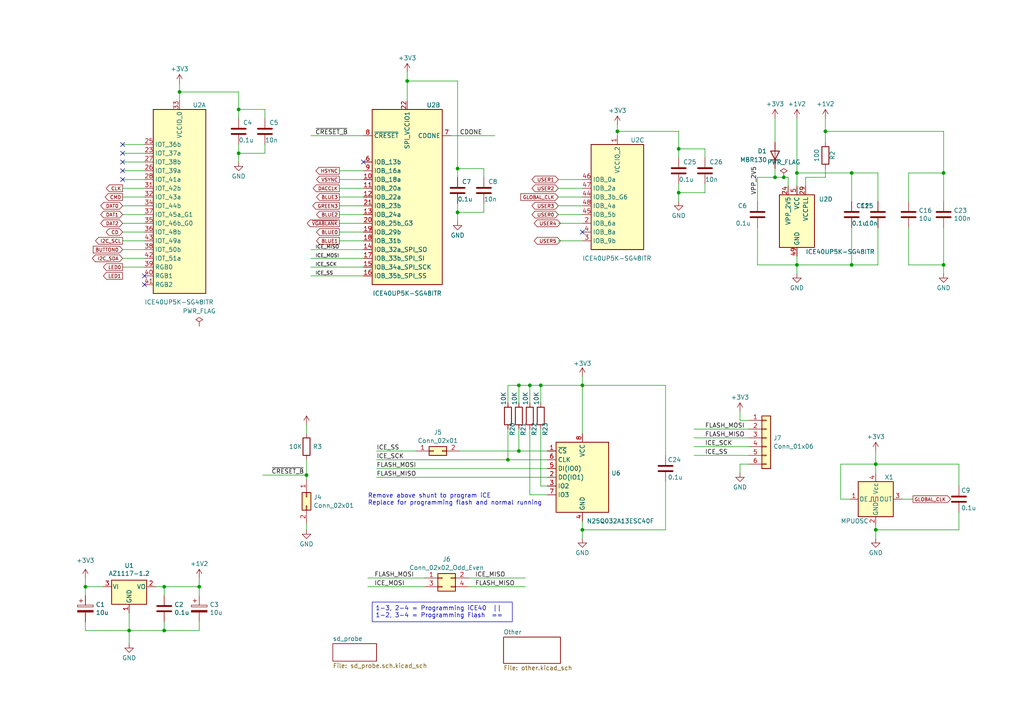
<source format=kicad_sch>
(kicad_sch (version 20250114) (generator "eeschema") (generator_version "9.0")
  (paper "A4")
  (lib_symbols
    (symbol "Connector_Generic:Conn_01x06" (pin_names (offset 1.016) (hide yes))
      (property "Reference" "J" (at 0 7.62 0))
      (property "Value" "Conn_01x06" (at 0 -10.16 0))
      (symbol "Conn_01x06_1_1"
        (rectangle (start -1.27 6.35) (end 1.27 -8.89) (stroke (width 0.254)) (fill (type background)))
        (rectangle (start -1.27 5.207) (end 0 4.953) (stroke (width 0.1524)))
        (rectangle (start -1.27 2.667) (end 0 2.413) (stroke (width 0.1524)))
        (rectangle (start -1.27 0.127) (end 0 -0.127) (stroke (width 0.1524)))
        (rectangle (start -1.27 -2.413) (end 0 -2.667) (stroke (width 0.1524)))
        (rectangle (start -1.27 -4.953) (end 0 -5.207) (stroke (width 0.1524)))
        (rectangle (start -1.27 -7.493) (end 0 -7.747) (stroke (width 0.1524)))
        (pin passive line (at -5.08 5.08 0) (length 3.81) (name "Pin_1") (number "1"))
        (pin passive line (at -5.08 2.54 0) (length 3.81) (name "Pin_2") (number "2"))
        (pin passive line (at -5.08 0 0) (length 3.81) (name "Pin_3") (number "3"))
        (pin passive line (at -5.08 -2.54 0) (length 3.81) (name "Pin_4") (number "4"))
        (pin passive line (at -5.08 -5.08 0) (length 3.81) (name "Pin_5") (number "5"))
        (pin passive line (at -5.08 -7.62 0) (length 3.81) (name "Pin_6") (number "6"))
      )
    )
    (symbol "Connector_Generic:Conn_02x01" (pin_names (offset 1.016) (hide yes))
      (property "Reference" "J" (at 1.27 2.54 0))
      (property "Value" "Conn_02x01" (at 1.27 -2.54 0))
      (symbol "Conn_02x01_1_1"
        (rectangle (start -1.27 1.27) (end 3.81 -1.27) (stroke (width 0.254)) (fill (type background)))
        (rectangle (start -1.27 0.127) (end 0 -0.127) (stroke (width 0.1524)))
        (rectangle (start 3.81 0.127) (end 2.54 -0.127) (stroke (width 0.1524)))
        (pin passive line (at -5.08 0 0) (length 3.81) (name "Pin_1") (number "1"))
        (pin passive line (at 7.62 0 180) (length 3.81) (name "Pin_2") (number "2"))
      )
    )
    (symbol "Connector_Generic:Conn_02x02_Odd_Even" (pin_names (offset 1.016) (hide yes))
      (property "Reference" "J" (at 1.27 2.54 0))
      (property "Value" "Conn_02x02_Odd_Even" (at 1.27 -5.08 0))
      (symbol "Conn_02x02_Odd_Even_1_1"
        (rectangle (start -1.27 1.27) (end 3.81 -3.81) (stroke (width 0.254)) (fill (type background)))
        (rectangle (start -1.27 0.127) (end 0 -0.127) (stroke (width 0.1524)))
        (rectangle (start -1.27 -2.413) (end 0 -2.667) (stroke (width 0.1524)))
        (rectangle (start 3.81 0.127) (end 2.54 -0.127) (stroke (width 0.1524)))
        (rectangle (start 3.81 -2.413) (end 2.54 -2.667) (stroke (width 0.1524)))
        (pin passive line (at -5.08 0 0) (length 3.81) (name "Pin_1") (number "1"))
        (pin passive line (at -5.08 -2.54 0) (length 3.81) (name "Pin_3") (number "3"))
        (pin passive line (at 7.62 0 180) (length 3.81) (name "Pin_2") (number "2"))
        (pin passive line (at 7.62 -2.54 180) (length 3.81) (name "Pin_4") (number "4"))
      )
    )
    (symbol "Device:C" (pin_numbers (hide yes)) (pin_names (offset 0.254))
      (property "Reference" "C" (at 0.635 2.54 0))
      (property "Value" "C" (at 0.635 -2.54 0))
      (symbol "C_0_1"
        (polyline (pts (xy -2.032 0.762) (xy 2.032 0.762)) (stroke (width 0.508)))
        (polyline (pts (xy -2.032 -0.762) (xy 2.032 -0.762)) (stroke (width 0.508)))
      )
      (symbol "C_1_1"
        (pin passive line (at 0 3.81 270) (length 2.794) (name "~") (number "1"))
        (pin passive line (at 0 -3.81 90) (length 2.794) (name "~") (number "2"))
      )
    )
    (symbol "Device:CP" (pin_numbers (hide yes)) (pin_names (offset 0.254))
      (property "Reference" "C" (at 0.635 2.54 0))
      (property "Value" "Device_CP" (at 0.635 -2.54 0))
      (symbol "CP_0_1"
        (rectangle (start -2.286 0.508) (end 2.286 1.016))
        (polyline (pts (xy -1.778 2.286) (xy -0.762 2.286)))
        (polyline (pts (xy -1.27 2.794) (xy -1.27 1.778)))
        (rectangle (start 2.286 -0.508) (end -2.286 -1.016) (fill (type outline)))
      )
      (symbol "CP_1_1"
        (pin passive line (at 0 3.81 270) (length 2.794) (name "~") (number "1"))
        (pin passive line (at 0 -3.81 90) (length 2.794) (name "~") (number "2"))
      )
    )
    (symbol "Device:D" (pin_numbers (hide yes)) (pin_names (offset 1.016) (hide yes))
      (property "Reference" "D" (at 0 2.54 0))
      (property "Value" "D" (at 0 -2.54 0))
      (symbol "D_0_1"
        (polyline (pts (xy -1.27 1.27) (xy -1.27 -1.27)) (stroke (width 0.254)))
        (polyline (pts (xy 1.27 1.27) (xy 1.27 -1.27) (xy -1.27 0) (xy 1.27 1.27)) (stroke (width 0.254)))
        (polyline (pts (xy 1.27 0) (xy -1.27 0)))
      )
      (symbol "D_1_1"
        (pin passive line (at -3.81 0 0) (length 2.54) (name "K") (number "1"))
        (pin passive line (at 3.81 0 180) (length 2.54) (name "A") (number "2"))
      )
    )
    (symbol "Device:R" (pin_numbers (hide yes)) (pin_names (offset 0))
      (property "Reference" "R" (at 2.032 0 90))
      (property "Value" "R" (at 0 0 90))
      (symbol "R_0_1"
        (rectangle (start -1.016 -2.54) (end 1.016 2.54) (stroke (width 0.254)))
      )
      (symbol "R_1_1"
        (pin passive line (at 0 3.81 270) (length 1.27) (name "~") (number "1"))
        (pin passive line (at 0 -3.81 90) (length 1.27) (name "~") (number "2"))
      )
    )
    (symbol "FPGA_Lattice:ICE40UP5K-SG48ITR"
      (property "Reference" "U" (at -8.89 -29.21 0))
      (property "Value" "ICE40UP5K-SG48ITR" (at 0 -31.75 0))
      (symbol "ICE40UP5K-SG48ITR_1_1"
        (rectangle (start -7.62 25.4) (end 7.62 -27.94) (stroke (width 0.254)) (fill (type background)))
        (pin bidirectional line (at -10.16 15.24 0) (length 2.54) (name "IOT_36b") (number "25"))
        (pin bidirectional line (at -10.16 12.7 0) (length 2.54) (name "IOT_37a") (number "23"))
        (pin bidirectional line (at -10.16 10.16 0) (length 2.54) (name "IOT_38b") (number "27"))
        (pin bidirectional line (at -10.16 7.62 0) (length 2.54) (name "IOT_39a") (number "26"))
        (pin bidirectional line (at -10.16 5.08 0) (length 2.54) (name "IOT_41a") (number "28"))
        (pin bidirectional line (at -10.16 2.54 0) (length 2.54) (name "IOT_42b") (number "31"))
        (pin bidirectional line (at -10.16 0 0) (length 2.54) (name "IOT_43a") (number "32"))
        (pin bidirectional line (at -10.16 -2.54 0) (length 2.54) (name "IOT_44b") (number "34"))
        (pin bidirectional line (at -10.16 -5.08 0) (length 2.54) (name "IOT_45a_G1") (number "37"))
        (pin bidirectional line (at -10.16 -7.62 0) (length 2.54) (name "IOT_46b_G0") (number "35"))
        (pin bidirectional line (at -10.16 -10.16 0) (length 2.54) (name "IOT_48b") (number "36"))
        (pin bidirectional line (at -10.16 -12.7 0) (length 2.54) (name "IOT_49a") (number "43"))
        (pin bidirectional line (at -10.16 -15.24 0) (length 2.54) (name "IOT_50b") (number "38"))
        (pin bidirectional line (at -10.16 -17.78 0) (length 2.54) (name "IOT_51a") (number "42"))
        (pin open_collector line (at -10.16 -20.32 0) (length 2.54) (name "RGB0") (number "39"))
        (pin open_collector line (at -10.16 -22.86 0) (length 2.54) (name "RGB1") (number "40"))
        (pin open_collector line (at -10.16 -25.4 0) (length 2.54) (name "RGB2") (number "41"))
        (pin power_in line (at 0 27.94 270) (length 2.54) (name "VCCIO_0") (number "33"))
      )
      (symbol "ICE40UP5K-SG48ITR_2_1"
        (rectangle (start -10.16 25.4) (end 10.16 -25.4) (stroke (width 0.254)) (fill (type background)))
        (pin input line (at -12.7 17.78 0) (length 2.54) (name "~{CRESET}") (number "8"))
        (pin bidirectional line (at -12.7 10.16 0) (length 2.54) (name "IOB_13b") (number "6"))
        (pin bidirectional line (at -12.7 7.62 0) (length 2.54) (name "IOB_16a") (number "9"))
        (pin bidirectional line (at -12.7 5.08 0) (length 2.54) (name "IOB_18a") (number "10"))
        (pin bidirectional line (at -12.7 2.54 0) (length 2.54) (name "IOB_20a") (number "11"))
        (pin bidirectional line (at -12.7 0 0) (length 2.54) (name "IOB_22a") (number "12"))
        (pin bidirectional line (at -12.7 -2.54 0) (length 2.54) (name "IOB_23b") (number "21"))
        (pin bidirectional line (at -12.7 -5.08 0) (length 2.54) (name "IOB_24a") (number "13"))
        (pin bidirectional line (at -12.7 -7.62 0) (length 2.54) (name "IOB_25b_G3") (number "20"))
        (pin bidirectional line (at -12.7 -10.16 0) (length 2.54) (name "IOB_29b") (number "19"))
        (pin bidirectional line (at -12.7 -12.7 0) (length 2.54) (name "IOB_31b") (number "18"))
        (pin bidirectional line (at -12.7 -15.24 0) (length 2.54) (name "IOB_32a_SPI_SO") (number "14"))
        (pin bidirectional line (at -12.7 -17.78 0) (length 2.54) (name "IOB_33b_SPI_SI") (number "17"))
        (pin bidirectional line (at -12.7 -20.32 0) (length 2.54) (name "IOB_34a_SPI_SCK") (number "15"))
        (pin bidirectional line (at -12.7 -22.86 0) (length 2.54) (name "IOB_35b_SPI_SS") (number "16"))
        (pin power_in line (at 0 27.94 270) (length 2.54) (name "SPI_VCCIO1") (number "22"))
        (pin open_collector line (at 12.7 17.78 180) (length 2.54) (name "CDONE") (number "7"))
      )
      (symbol "ICE40UP5K-SG48ITR_3_1"
        (rectangle (start -7.62 15.24) (end 7.62 -15.24) (stroke (width 0.254)) (fill (type background)))
        (pin bidirectional line (at -10.16 5.08 0) (length 2.54) (name "IOB_0a") (number "46"))
        (pin bidirectional line (at -10.16 2.54 0) (length 2.54) (name "IOB_2a") (number "47"))
        (pin bidirectional line (at -10.16 0 0) (length 2.54) (name "IOB_3b_G6") (number "44"))
        (pin bidirectional line (at -10.16 -2.54 0) (length 2.54) (name "IOB_4a") (number "48"))
        (pin bidirectional line (at -10.16 -5.08 0) (length 2.54) (name "IOB_5b") (number "45"))
        (pin bidirectional line (at -10.16 -7.62 0) (length 2.54) (name "IOB_6a") (number "2"))
        (pin bidirectional line (at -10.16 -10.16 0) (length 2.54) (name "IOB_8a") (number "4"))
        (pin bidirectional line (at -10.16 -12.7 0) (length 2.54) (name "IOB_9b") (number "3"))
        (pin power_in line (at 0 17.78 270) (length 2.54) (name "VCCIO_2") (number "1"))
      )
      (symbol "ICE40UP5K-SG48ITR_4_1"
        (rectangle (start -5.08 7.62) (end 5.08 -7.62) (stroke (width 0.254)) (fill (type background)))
        (pin power_in line (at -2.54 10.16 270) (length 2.54) (name "VPP_2V5") (number "24"))
        (pin passive line (at 0 10.16 270) (length 2.54) (hide yes) (name "VCC") (number "30"))
        (pin power_in line (at 0 10.16 270) (length 2.54) (name "VCC") (number "5"))
        (pin power_in line (at 0 -10.16 90) (length 2.54) (name "GND") (number "49"))
        (pin power_out line (at 2.54 10.16 270) (length 2.54) (name "VCCPLL") (number "29"))
      )
    )
    (symbol "Memory_Flash:W25Q32JVSS"
      (property "Reference" "U" (at -6.35 11.43 0))
      (property "Value" "W25Q32JVSS" (at 7.62 11.43 0))
      (symbol "W25Q32JVSS_0_1"
        (rectangle (start -7.62 10.16) (end 7.62 -10.16) (stroke (width 0.254)) (fill (type background)))
      )
      (symbol "W25Q32JVSS_1_1"
        (pin input line (at -10.16 7.62 0) (length 2.54) (name "~{CS}") (number "1"))
        (pin input line (at -10.16 5.08 0) (length 2.54) (name "CLK") (number "6"))
        (pin bidirectional line (at -10.16 2.54 0) (length 2.54) (name "DI(IO0)") (number "5"))
        (pin bidirectional line (at -10.16 0 0) (length 2.54) (name "DO(IO1)") (number "2"))
        (pin bidirectional line (at -10.16 -2.54 0) (length 2.54) (name "IO2") (number "3"))
        (pin bidirectional line (at -10.16 -5.08 0) (length 2.54) (name "IO3") (number "7"))
        (pin power_in line (at 0 12.7 270) (length 2.54) (name "VCC") (number "8"))
        (pin power_in line (at 0 -12.7 90) (length 2.54) (name "GND") (number "4"))
      )
    )
    (symbol "Oscillator:SG-210SED" (pin_names (offset 0.254))
      (property "Reference" "X" (at -5.08 6.35 0))
      (property "Value" "SG-210SED" (at 1.27 -6.35 0))
      (symbol "SG-210SED_0_1"
        (rectangle (start -5.08 5.08) (end 5.08 -5.08) (stroke (width 0.254)) (fill (type background)))
        (polyline (pts (xy -1.905 -0.635) (xy -1.27 -0.635) (xy -1.27 0.635) (xy -0.635 0.635) (xy -0.635 -0.635) (xy 0 -0.635) (xy 0 0.635) (xy 0.635 0.635) (xy 0.635 -0.635)))
      )
      (symbol "SG-210SED_1_1"
        (pin input line (at -7.62 0 0) (length 2.54) (name "OE") (number "1"))
        (pin power_in line (at 0 7.62 270) (length 2.54) (name "Vcc") (number "4"))
        (pin power_in line (at 0 -7.62 90) (length 2.54) (name "GND") (number "2"))
        (pin output line (at 7.62 0 180) (length 2.54) (name "OUT") (number "3"))
      )
    )
    (symbol "Regulator_Linear:AZ1117-1.2" (pin_names (offset 0.254))
      (property "Reference" "U" (at -3.81 3.175 0))
      (property "Value" "AZ1117-1.2" (at 0 3.175 0))
      (symbol "AZ1117-1.2_0_1"
        (rectangle (start -5.08 1.905) (end 5.08 -5.08) (stroke (width 0.254)) (fill (type background)))
      )
      (symbol "AZ1117-1.2_1_1"
        (pin power_in line (at -7.62 0 0) (length 2.54) (name "VI") (number "3"))
        (pin power_in line (at 0 -7.62 90) (length 2.54) (name "GND") (number "1"))
        (pin power_out line (at 7.62 0 180) (length 2.54) (name "VO") (number "2"))
      )
    )
    (symbol "power:+1V2" (power) (pin_names (offset 0))
      (property "Value" "+1V2" (at 0 3.556 0))
      (symbol "+1V2_0_1"
        (polyline (pts (xy -0.762 1.27) (xy 0 2.54)))
        (polyline (pts (xy 0 2.54) (xy 0.762 1.27)))
        (polyline (pts (xy 0 0) (xy 0 2.54)))
      )
      (symbol "+1V2_1_1"
        (pin power_in line (at 0 0 90) (length 0) (hide yes) (name "+1V2") (number "1"))
      )
    )
    (symbol "power:+3V3" (power) (pin_names (offset 0))
      (property "Value" "+3V3" (at 0 3.556 0))
      (symbol "+3V3_0_1"
        (polyline (pts (xy -0.762 1.27) (xy 0 2.54)))
        (polyline (pts (xy 0 2.54) (xy 0.762 1.27)))
        (polyline (pts (xy 0 0) (xy 0 2.54)))
      )
      (symbol "+3V3_1_1"
        (pin power_in line (at 0 0 90) (length 0) (hide yes) (name "+3V3") (number "1"))
      )
    )
    (symbol "power:GND" (power) (pin_names (offset 0))
      (property "Value" "GND" (at 0 -3.81 0))
      (symbol "GND_0_1"
        (polyline (pts (xy 0 0) (xy 0 -1.27) (xy 1.27 -1.27) (xy 0 -2.54) (xy -1.27 -1.27) (xy 0 -1.27)))
      )
      (symbol "GND_1_1"
        (pin power_in line (at 0 0 270) (length 0) (hide yes) (name "GND") (number "1"))
      )
    )
    (symbol "power:PWR_FLAG" (power) (pin_numbers (hide yes)) (pin_names (offset 0) (hide yes))
      (property "Value" "PWR_FLAG" (at 0 3.81 0))
      (symbol "PWR_FLAG_0_0"
        (pin power_out line (at 0 0 90) (length 0) (name "pwr") (number "1"))
      )
      (symbol "PWR_FLAG_0_1"
        (polyline (pts (xy 0 0) (xy 0 1.27) (xy -1.016 1.905) (xy 0 2.54) (xy 1.016 1.905) (xy 0 1.27)))
      )
    )
  )
  (text "Remove above shunt to program iCE\nReplace for programming flash and normal running" (at 106.68 146.685 0) (effects (font (size 1.27 1.27)) (justify left bottom)))
  (text_box "1-3, 2-4 = Programming iCE40  ||\n1-2, 3-4 = Programming Flash  ==" (at 107.95 174.625 0) (size 40.64 5.715) (margins 0.9525 0.9525 0.9525 0.9525) (effects (font (size 1.27 1.27)) (justify left top)))
  (junction (at 273.685 76.835))
  (junction (at 147.32 133.35))
  (junction (at 227.33 51.435))
  (junction (at 47.625 182.88))
  (junction (at 24.765 170.18))
  (junction (at 168.91 111.76))
  (junction (at 57.785 170.18))
  (junction (at 224.79 51.435))
  (junction (at 247.015 50.165))
  (junction (at 239.395 38.1))
  (junction (at 47.625 170.18))
  (junction (at 150.495 111.76))
  (junction (at 132.715 61.595))
  (junction (at 118.11 23.495))
  (junction (at 231.14 50.165))
  (junction (at 150.495 130.81))
  (junction (at 179.07 38.1))
  (junction (at 196.85 43.18))
  (junction (at 52.07 26.67))
  (junction (at 273.685 50.165))
  (junction (at 254 134.62))
  (junction (at 88.9 137.795))
  (junction (at 196.85 55.88))
  (junction (at 156.845 111.76))
  (junction (at 69.215 31.75))
  (junction (at 69.215 44.45))
  (junction (at 231.14 76.835))
  (junction (at 132.715 48.895))
  (junction (at 168.91 153.67))
  (junction (at 37.465 182.88))
  (junction (at 247.015 76.835))
  (junction (at 153.67 111.76))
  (junction (at 254 153.67))
  (no_connect (at 168.91 67.31))
  (no_connect (at 41.91 82.55))
  (no_connect (at 35.56 52.07))
  (no_connect (at 35.56 41.91))
  (no_connect (at 41.91 80.01))
  (no_connect (at 35.56 44.45))
  (no_connect (at 35.56 49.53))
  (no_connect (at 35.56 46.99))
  (no_connect (at 105.41 46.99))
  (wire (pts (xy 35.56 77.47) (xy 41.91 77.47)))
  (wire (pts (xy 90.17 39.37) (xy 105.41 39.37)))
  (wire (pts (xy 57.785 180.34) (xy 57.785 182.88)))
  (wire (pts (xy 35.56 64.77) (xy 41.91 64.77)))
  (wire (pts (xy 179.07 36.195) (xy 179.07 38.1)))
  (wire (pts (xy 37.465 177.8) (xy 37.465 182.88)))
  (wire (pts (xy 161.925 57.15) (xy 168.91 57.15)))
  (wire (pts (xy 41.91 72.39) (xy 35.56 72.39)))
  (wire (pts (xy 201.295 132.08) (xy 217.17 132.08)))
  (wire (pts (xy 147.32 133.35) (xy 158.75 133.35)))
  (wire (pts (xy 29.845 170.18) (xy 24.765 170.18)))
  (wire (pts (xy 88.9 133.35) (xy 88.9 137.795)))
  (wire (pts (xy 196.85 43.18) (xy 204.47 43.18)))
  (wire (pts (xy 233.68 51.435) (xy 239.395 51.435)))
  (wire (pts (xy 98.425 62.23) (xy 105.41 62.23)))
  (wire (pts (xy 52.07 24.13) (xy 52.07 26.67)))
  (wire (pts (xy 130.81 39.37) (xy 143.51 39.37)))
  (wire (pts (xy 239.395 38.1) (xy 239.395 41.275)))
  (wire (pts (xy 76.2 137.795) (xy 88.9 137.795)))
  (wire (pts (xy 214.63 134.62) (xy 217.17 134.62)))
  (wire (pts (xy 231.14 76.835) (xy 247.015 76.835)))
  (wire (pts (xy 228.6 51.435) (xy 227.33 51.435)))
  (wire (pts (xy 98.425 52.07) (xy 105.41 52.07)))
  (wire (pts (xy 156.845 124.46) (xy 156.845 140.97)))
  (wire (pts (xy 69.215 44.45) (xy 69.215 41.91)))
  (wire (pts (xy 254 134.62) (xy 254 137.16)))
  (wire (pts (xy 98.425 57.15) (xy 105.41 57.15)))
  (wire (pts (xy 239.395 38.1) (xy 273.685 38.1)))
  (wire (pts (xy 98.425 59.69) (xy 105.41 59.69)))
  (wire (pts (xy 106.68 167.64) (xy 123.19 167.64)))
  (wire (pts (xy 161.925 64.77) (xy 168.91 64.77)))
  (wire (pts (xy 263.525 66.04) (xy 263.525 76.835)))
  (wire (pts (xy 35.56 49.53) (xy 41.91 49.53)))
  (wire (pts (xy 214.63 137.16) (xy 214.63 134.62)))
  (wire (pts (xy 196.85 55.88) (xy 204.47 55.88)))
  (wire (pts (xy 45.085 170.18) (xy 47.625 170.18)))
  (wire (pts (xy 37.465 182.88) (xy 24.765 182.88)))
  (wire (pts (xy 147.32 111.76) (xy 150.495 111.76)))
  (wire (pts (xy 132.715 48.895) (xy 132.715 51.435)))
  (wire (pts (xy 161.925 62.23) (xy 168.91 62.23)))
  (wire (pts (xy 76.835 41.91) (xy 76.835 44.45)))
  (wire (pts (xy 35.56 52.07) (xy 41.91 52.07)))
  (wire (pts (xy 156.845 140.97) (xy 158.75 140.97)))
  (wire (pts (xy 88.9 123.19) (xy 88.9 125.73)))
  (wire (pts (xy 98.425 69.85) (xy 105.41 69.85)))
  (wire (pts (xy 278.13 140.97) (xy 278.13 134.62)))
  (wire (pts (xy 37.465 182.88) (xy 37.465 186.69)))
  (wire (pts (xy 224.79 34.29) (xy 224.79 41.275)))
  (wire (pts (xy 214.63 121.92) (xy 217.17 121.92)))
  (wire (pts (xy 196.85 55.88) (xy 196.85 58.42)))
  (wire (pts (xy 47.625 182.88) (xy 57.785 182.88)))
  (wire (pts (xy 132.715 61.595) (xy 132.715 59.055)))
  (wire (pts (xy 231.14 50.165) (xy 231.14 53.975)))
  (wire (pts (xy 35.56 41.91) (xy 41.91 41.91)))
  (wire (pts (xy 239.395 48.895) (xy 239.395 51.435)))
  (wire (pts (xy 233.68 53.975) (xy 233.68 51.435)))
  (wire (pts (xy 35.56 59.69) (xy 41.91 59.69)))
  (wire (pts (xy 273.685 50.165) (xy 273.685 58.42)))
  (wire (pts (xy 35.56 44.45) (xy 41.91 44.45)))
  (wire (pts (xy 98.425 67.31) (xy 105.41 67.31)))
  (wire (pts (xy 135.89 167.64) (xy 152.4 167.64)))
  (wire (pts (xy 90.17 74.93) (xy 105.41 74.93)))
  (wire (pts (xy 88.9 151.765) (xy 88.9 153.67)))
  (wire (pts (xy 278.13 153.67) (xy 254 153.67)))
  (wire (pts (xy 263.525 76.835) (xy 273.685 76.835)))
  (wire (pts (xy 227.33 51.435) (xy 224.79 51.435)))
  (wire (pts (xy 214.63 119.38) (xy 214.63 121.92)))
  (wire (pts (xy 196.85 38.1) (xy 196.85 43.18)))
  (wire (pts (xy 168.91 153.67) (xy 193.04 153.67)))
  (wire (pts (xy 254 130.81) (xy 254 134.62)))
  (wire (pts (xy 243.84 134.62) (xy 254 134.62)))
  (wire (pts (xy 118.11 23.495) (xy 118.11 29.21)))
  (wire (pts (xy 168.91 151.13) (xy 168.91 153.67)))
  (wire (pts (xy 168.91 153.67) (xy 168.91 156.21)))
  (wire (pts (xy 231.14 50.165) (xy 247.015 50.165)))
  (wire (pts (xy 254 152.4) (xy 254 153.67)))
  (wire (pts (xy 98.425 64.77) (xy 105.41 64.77)))
  (wire (pts (xy 247.015 76.835) (xy 247.015 66.04)))
  (wire (pts (xy 219.71 51.435) (xy 219.71 58.42)))
  (wire (pts (xy 90.17 77.47) (xy 105.41 77.47)))
  (wire (pts (xy 35.56 46.99) (xy 41.91 46.99)))
  (wire (pts (xy 247.015 76.835) (xy 254.635 76.835)))
  (wire (pts (xy 273.685 66.04) (xy 273.685 76.835)))
  (wire (pts (xy 228.6 53.975) (xy 228.6 51.435)))
  (wire (pts (xy 37.465 182.88) (xy 47.625 182.88)))
  (wire (pts (xy 156.845 111.76) (xy 156.845 116.84)))
  (wire (pts (xy 150.495 111.76) (xy 150.495 116.84)))
  (wire (pts (xy 52.07 26.67) (xy 52.07 29.21)))
  (wire (pts (xy 161.925 59.69) (xy 168.91 59.69)))
  (wire (pts (xy 153.67 111.76) (xy 156.845 111.76)))
  (wire (pts (xy 47.625 172.72) (xy 47.625 170.18)))
  (wire (pts (xy 109.22 138.43) (xy 158.75 138.43)))
  (wire (pts (xy 150.495 111.76) (xy 153.67 111.76)))
  (wire (pts (xy 140.335 59.055) (xy 140.335 61.595)))
  (wire (pts (xy 147.32 111.76) (xy 147.32 116.84)))
  (wire (pts (xy 179.07 38.1) (xy 196.85 38.1)))
  (wire (pts (xy 254.635 66.04) (xy 254.635 76.835)))
  (wire (pts (xy 133.35 130.81) (xy 150.495 130.81)))
  (wire (pts (xy 168.91 125.73) (xy 168.91 111.76)))
  (wire (pts (xy 35.56 74.93) (xy 41.91 74.93)))
  (wire (pts (xy 132.715 61.595) (xy 140.335 61.595)))
  (wire (pts (xy 161.925 69.85) (xy 168.91 69.85)))
  (wire (pts (xy 132.715 61.595) (xy 132.715 64.135)))
  (wire (pts (xy 247.015 50.165) (xy 254.635 50.165)))
  (wire (pts (xy 35.56 69.85) (xy 41.91 69.85)))
  (wire (pts (xy 69.215 26.67) (xy 69.215 31.75)))
  (wire (pts (xy 24.765 170.18) (xy 24.765 167.64)))
  (wire (pts (xy 201.295 127) (xy 217.17 127)))
  (wire (pts (xy 47.625 170.18) (xy 57.785 170.18)))
  (wire (pts (xy 278.13 134.62) (xy 254 134.62)))
  (wire (pts (xy 69.215 31.75) (xy 76.835 31.75)))
  (wire (pts (xy 153.67 124.46) (xy 153.67 143.51)))
  (wire (pts (xy 90.17 80.01) (xy 105.41 80.01)))
  (wire (pts (xy 150.495 130.81) (xy 158.75 130.81)))
  (wire (pts (xy 57.785 172.72) (xy 57.785 170.18)))
  (wire (pts (xy 273.685 76.835) (xy 273.685 79.375)))
  (wire (pts (xy 204.47 53.34) (xy 204.47 55.88)))
  (wire (pts (xy 278.13 148.59) (xy 278.13 153.67)))
  (wire (pts (xy 193.04 111.76) (xy 193.04 132.08)))
  (wire (pts (xy 224.79 51.435) (xy 219.71 51.435)))
  (wire (pts (xy 24.765 170.18) (xy 24.765 172.72)))
  (wire (pts (xy 140.335 51.435) (xy 140.335 48.895)))
  (wire (pts (xy 98.425 54.61) (xy 105.41 54.61)))
  (wire (pts (xy 150.495 124.46) (xy 150.495 130.81)))
  (wire (pts (xy 106.68 170.18) (xy 123.19 170.18)))
  (wire (pts (xy 35.56 54.61) (xy 41.91 54.61)))
  (wire (pts (xy 243.84 144.78) (xy 243.84 134.62)))
  (wire (pts (xy 161.925 52.07) (xy 168.91 52.07)))
  (wire (pts (xy 231.14 76.835) (xy 231.14 79.375)))
  (wire (pts (xy 41.91 62.23) (xy 35.56 62.23)))
  (wire (pts (xy 201.295 129.54) (xy 217.17 129.54)))
  (wire (pts (xy 168.91 109.22) (xy 168.91 111.76)))
  (wire (pts (xy 109.22 133.35) (xy 147.32 133.35)))
  (wire (pts (xy 231.14 34.29) (xy 231.14 50.165)))
  (wire (pts (xy 196.85 55.88) (xy 196.85 53.34)))
  (wire (pts (xy 132.715 48.895) (xy 140.335 48.895)))
  (wire (pts (xy 158.75 143.51) (xy 153.67 143.51)))
  (wire (pts (xy 35.56 57.15) (xy 41.91 57.15)))
  (wire (pts (xy 132.715 23.495) (xy 132.715 48.895)))
  (wire (pts (xy 69.215 31.75) (xy 69.215 34.29)))
  (wire (pts (xy 47.625 180.34) (xy 47.625 182.88)))
  (wire (pts (xy 88.9 137.795) (xy 88.9 139.065)))
  (wire (pts (xy 193.04 111.76) (xy 168.91 111.76)))
  (wire (pts (xy 69.215 44.45) (xy 69.215 46.99)))
  (wire (pts (xy 24.765 182.88) (xy 24.765 180.34)))
  (wire (pts (xy 109.22 135.89) (xy 158.75 135.89)))
  (wire (pts (xy 118.11 20.955) (xy 118.11 23.495)))
  (wire (pts (xy 263.525 58.42) (xy 263.525 50.165)))
  (wire (pts (xy 76.835 34.29) (xy 76.835 31.75)))
  (wire (pts (xy 273.685 38.1) (xy 273.685 50.165)))
  (wire (pts (xy 201.295 124.46) (xy 217.17 124.46)))
  (wire (pts (xy 69.215 44.45) (xy 76.835 44.45)))
  (wire (pts (xy 161.925 54.61) (xy 168.91 54.61)))
  (wire (pts (xy 204.47 45.72) (xy 204.47 43.18)))
  (wire (pts (xy 90.17 72.39) (xy 105.41 72.39)))
  (wire (pts (xy 41.91 67.31) (xy 35.56 67.31)))
  (wire (pts (xy 246.38 144.78) (xy 243.84 144.78)))
  (wire (pts (xy 219.71 66.04) (xy 219.71 76.835)))
  (wire (pts (xy 168.91 111.76) (xy 156.845 111.76)))
  (wire (pts (xy 135.89 170.18) (xy 152.4 170.18)))
  (wire (pts (xy 147.32 124.46) (xy 147.32 133.35)))
  (wire (pts (xy 254 153.67) (xy 254 156.21)))
  (wire (pts (xy 231.14 74.295) (xy 231.14 76.835)))
  (wire (pts (xy 98.425 49.53) (xy 105.41 49.53)))
  (wire (pts (xy 254.635 50.165) (xy 254.635 58.42)))
  (wire (pts (xy 153.67 111.76) (xy 153.67 116.84)))
  (wire (pts (xy 193.04 139.7) (xy 193.04 153.67)))
  (wire (pts (xy 239.395 34.29) (xy 239.395 38.1)))
  (wire (pts (xy 261.62 144.78) (xy 264.795 144.78)))
  (wire (pts (xy 52.07 26.67) (xy 69.215 26.67)))
  (wire (pts (xy 219.71 76.835) (xy 231.14 76.835)))
  (wire (pts (xy 57.785 170.18) (xy 57.785 167.64)))
  (wire (pts (xy 263.525 50.165) (xy 273.685 50.165)))
  (wire (pts (xy 179.07 38.1) (xy 179.07 39.37)))
  (wire (pts (xy 118.11 23.495) (xy 132.715 23.495)))
  (wire (pts (xy 247.015 50.165) (xy 247.015 58.42)))
  (wire (pts (xy 109.22 130.81) (xy 120.65 130.81)))
  (wire (pts (xy 196.85 43.18) (xy 196.85 45.72)))
  (wire (pts (xy 224.79 48.895) (xy 224.79 51.435)))
  (label "CDONE" (at 133.35 39.37 0))
  (label "ICE_SCK" (at 91.44 77.47 0) (effects (font (size 1 1))))
  (label "ICE_SS" (at 109.22 130.81 0))
  (label "FLASH_MOSI" (at 204.47 124.46 0))
  (label "FLASH_MOSI" (at 108.585 167.64 0))
  (label "FLASH_MISO" (at 137.795 170.18 0))
  (label "ICE_MOSI" (at 108.585 170.18 0))
  (label "~{CRESET_B}" (at 78.74 137.795 0))
  (label "~{CRESET_B}" (at 91.44 39.37 0))
  (label "ICE_MISO" (at 91.44 72.39 0) (effects (font (size 1 1))))
  (label "ICE_SCK" (at 109.22 133.35 0))
  (label "ICE_SS" (at 91.44 80.01 0) (effects (font (size 1 1))))
  (label "ICE_SS" (at 204.47 132.08 0))
  (label "FLASH_MISO" (at 109.22 138.43 0))
  (label "ICE_MOSI" (at 91.44 74.93 0) (effects (font (size 1 1))))
  (label "FLASH_MOSI" (at 109.22 135.89 0))
  (label "ICE_MISO" (at 137.795 167.64 0))
  (label "VPP_2V5" (at 219.71 56.515 90))
  (label "ICE_SCK" (at 204.47 129.54 0))
  (label "FLASH_MISO" (at 204.47 127 0))
  (global_label "BLUE3" (shape output) (at 98.425 57.15 180) (effects (font (size 1 1))) (property "Intersheetrefs" "${INTERSHEET_REFS}" (effects (hide yes))))
  (global_label "HSYNC" (shape output) (at 98.425 49.53 180) (effects (font (size 1 1))) (property "Intersheetrefs" "${INTERSHEET_REFS}" (effects (hide yes))))
  (global_label "CD" (shape bidirectional) (at 35.56 67.31 180) (effects (font (size 1 1))) (property "Intersheetrefs" "${INTERSHEET_REFS}" (effects (hide yes))))
  (global_label "LED0" (shape output) (at 35.56 77.47 180) (effects (font (size 1 1))) (property "Intersheetrefs" "${INTERSHEET_REFS}" (effects (hide yes))))
  (global_label "USER4" (shape bidirectional) (at 162.56 64.77 180) (effects (font (size 1 1))) (property "Intersheetrefs" "${INTERSHEET_REFS}" (effects (hide yes))))
  (global_label "USER5" (shape bidirectional) (at 162.56 69.85 180) (effects (font (size 1 1))) (property "Intersheetrefs" "${INTERSHEET_REFS}" (effects (hide yes))))
  (global_label "I2C_SDA" (shape bidirectional) (at 35.56 74.93 180) (effects (font (size 1 1))) (property "Intersheetrefs" "${INTERSHEET_REFS}" (effects (hide yes))))
  (global_label "BLUE1" (shape output) (at 98.425 69.85 180) (effects (font (size 1 1))) (property "Intersheetrefs" "${INTERSHEET_REFS}" (effects (hide yes))))
  (global_label "BLUE2" (shape output) (at 98.425 62.23 180) (effects (font (size 1 1))) (property "Intersheetrefs" "${INTERSHEET_REFS}" (effects (hide yes))))
  (global_label "BLUE0" (shape output) (at 98.425 67.31 180) (effects (font (size 1 1))) (property "Intersheetrefs" "${INTERSHEET_REFS}" (effects (hide yes))))
  (global_label "~{VGABLANK}" (shape output) (at 98.425 64.77 180) (effects (font (size 1 1))) (property "Intersheetrefs" "${INTERSHEET_REFS}" (effects (hide yes))))
  (global_label "USER2" (shape bidirectional) (at 161.925 54.61 180) (effects (font (size 1 1))) (property "Intersheetrefs" "${INTERSHEET_REFS}" (effects (hide yes))))
  (global_label "DAT1" (shape bidirectional) (at 35.56 62.23 180) (effects (font (size 1 1))) (property "Intersheetrefs" "${INTERSHEET_REFS}" (effects (hide yes))))
  (global_label "VSYNC" (shape output) (at 98.425 52.07 180) (effects (font (size 1 1))) (property "Intersheetrefs" "${INTERSHEET_REFS}" (effects (hide yes))))
  (global_label "DAT2" (shape bidirectional) (at 35.56 64.77 180) (effects (font (size 1 1))) (property "Intersheetrefs" "${INTERSHEET_REFS}" (effects (hide yes))))
  (global_label "USER0" (shape bidirectional) (at 161.925 62.23 180) (effects (font (size 1 1))) (property "Intersheetrefs" "${INTERSHEET_REFS}" (effects (hide yes))))
  (global_label "GLOBAL_CLK" (shape output) (at 264.795 144.78 0) (effects (font (size 0.9906 0.9906))) (property "Intersheetrefs" "${INTERSHEET_REFS}" (effects (hide yes))))
  (global_label "USER3" (shape bidirectional) (at 161.925 59.69 180) (effects (font (size 1 1))) (property "Intersheetrefs" "${INTERSHEET_REFS}" (effects (hide yes))))
  (global_label "USER1" (shape bidirectional) (at 161.925 52.07 180) (effects (font (size 1 1))) (property "Intersheetrefs" "${INTERSHEET_REFS}" (effects (hide yes))))
  (global_label "CMD" (shape output) (at 35.56 57.15 180) (effects (font (size 1 1))) (property "Intersheetrefs" "${INTERSHEET_REFS}" (effects (hide yes))))
  (global_label "CLK" (shape output) (at 35.56 54.61 180) (effects (font (size 1 1))) (property "Intersheetrefs" "${INTERSHEET_REFS}" (effects (hide yes))))
  (global_label "BUTTON0" (shape input) (at 35.56 72.39 180) (effects (font (size 1 1))) (property "Intersheetrefs" "${INTERSHEET_REFS}" (effects (hide yes))))
  (global_label "GREEN3" (shape output) (at 98.425 59.69 180) (effects (font (size 1 1))) (property "Intersheetrefs" "${INTERSHEET_REFS}" (effects (hide yes))))
  (global_label "DACCLK" (shape output) (at 98.425 54.61 180) (effects (font (size 1 1))) (property "Intersheetrefs" "${INTERSHEET_REFS}" (effects (hide yes))))
  (global_label "I2C_SCL" (shape output) (at 35.56 69.85 180) (effects (font (size 1 1))) (property "Intersheetrefs" "${INTERSHEET_REFS}" (effects (hide yes))))
  (global_label "GLOBAL_CLK" (shape input) (at 161.925 57.15 180) (effects (font (size 0.9906 0.9906))) (property "Intersheetrefs" "${INTERSHEET_REFS}" (effects (hide yes))))
  (global_label "DAT0" (shape bidirectional) (at 35.56 59.69 180) (effects (font (size 1 1))) (property "Intersheetrefs" "${INTERSHEET_REFS}" (effects (hide yes))))
  (global_label "LED1" (shape output) (at 35.56 80.01 180) (effects (font (size 1 1))) (property "Intersheetrefs" "${INTERSHEET_REFS}" (effects (hide yes))))
  (symbol (lib_id "Device:C") (at 273.685 62.23 0) (unit 1)
    (property "Reference" "C23" (at 276.606 61.0616 0) (effects (justify left)))
    (property "Value" "100n" (at 276.606 63.373 0) (effects (justify left)))
    (property "Footprint" "Capacitor_SMD:C_0805_2012Metric" (effects (hide yes)))
  )
  (symbol (lib_id "Device:R") (at 156.845 120.65 0) (unit 1)
    (property "Reference" "R23" (at 158.115 124.46 90))
    (property "Value" "10K" (at 155.575 115.57 90))
    (property "Footprint" "Resistor_SMD:R_0805_2012Metric" (effects (hide yes)))
  )
  (symbol (lib_id "Oscillator:SG-210SED") (at 254 144.78 0) (unit 1)
    (property "Reference" "X1" (at 256.54 138.43 0) (effects (justify left)))
    (property "Value" "MPUOSC" (at 243.84 151.13 0) (effects (justify left)))
    (property "Footprint" "Oscillator:Oscillator_SMD_SeikoEpson_SG8002LB-4Pin_5.0x3.2mm" (effects (hide yes)))
    (property "Datasheet" "https://support.epson.biz/td/api/doc_check.php?mode=dl&lang=en&Parts=SG-210SED" (effects (hide yes)))
  )
  (symbol (lib_id "Device:C") (at 278.13 144.78 0) (unit 1)
    (property "Reference" "C9" (at 278.765 142.24 0) (effects (justify left)))
    (property "Value" "0.1u" (at 278.765 147.32 0) (effects (justify left)))
    (property "Footprint" "Capacitor_SMD:C_0805_2012Metric" (effects (hide yes)))
  )
  (symbol (lib_id "Device:C") (at 204.47 49.53 0) (unit 1)
    (property "Reference" "C26" (at 205.74 46.99 0) (effects (justify left)))
    (property "Value" "10n" (at 204.47 52.07 0) (effects (justify left)))
    (property "Footprint" "Capacitor_SMD:C_0805_2012Metric" (effects (hide yes)))
  )
  (symbol (lib_id "Connector_Generic:Conn_02x02_Odd_Even") (at 128.27 167.64 0) (unit 1)
    (property "Reference" "J6" (at 129.54 162.2257 0))
    (property "Value" "Conn_02x02_Odd_Even" (at 129.54 164.6499 0))
    (property "Footprint" "Connector_PinHeader_2.54mm:PinHeader_2x02_P2.54mm_Vertical" (effects (hide yes)))
  )
  (symbol (lib_id "Connector_Generic:Conn_01x06") (at 222.25 127 0) (unit 1)
    (property "Reference" "J7" (at 224.282 127.0579 0) (effects (justify left)))
    (property "Value" "Conn_01x06" (at 224.282 129.4821 0) (effects (justify left)))
    (property "Footprint" "Connector_PinHeader_2.54mm:PinHeader_1x06_P2.54mm_Vertical" (effects (hide yes)))
  )
  (symbol (lib_id "power:+1V2") (at 231.14 34.29 0) (unit 1)
    (property "Reference" "#PWR08" (effects (hide yes)))
    (property "Value" "+1V2" (at 231.14 30.1569 0))
  )
  (symbol (lib_id "Device:C") (at 47.625 176.53 0) (unit 1)
    (property "Reference" "C2" (at 50.546 175.3616 0) (effects (justify left)))
    (property "Value" "0.1u" (at 50.546 177.673 0) (effects (justify left)))
    (property "Footprint" "Capacitor_SMD:C_0805_2012Metric" (effects (hide yes)))
  )
  (symbol (lib_id "power:+3V3") (at 88.9 123.19 0) (unit 1)
    (property "Reference" "#PWR035" (effects (hide yes)))
    (property "Value" "+3V3" (effects (hide yes)))
  )
  (symbol (lib_id "power:+3V3") (at 254 130.81 0) (unit 1)
    (property "Reference" "#PWR011" (effects (hide yes)))
    (property "Value" "+3V3" (at 254 126.6769 0))
  )
  (symbol (lib_id "Device:C") (at 140.335 55.245 0) (unit 1)
    (property "Reference" "C8" (at 141.605 52.705 0) (effects (justify left)))
    (property "Value" "10n" (at 140.335 57.785 0) (effects (justify left)))
    (property "Footprint" "Capacitor_SMD:C_0805_2012Metric" (effects (hide yes)))
  )
  (symbol (lib_id "FPGA_Lattice:ICE40UP5K-SG48ITR") (at 179.07 57.15 0) (unit 3)
    (property "Reference" "U2" (at 182.88 40.64 0) (effects (justify left)))
    (property "Value" "ICE40UP5K-SG48ITR" (at 168.91 74.93 0) (effects (justify left)))
    (property "Footprint" "Package_DFN_QFN:QFN-48-1EP_7x7mm_P0.5mm_EP5.6x5.6mm" (effects (hide yes)))
    (property "Datasheet" "http://www.latticesemi.com/Products/FPGAandCPLD/iCE40Ultra" (effects (hide yes)))
  )
  (symbol (lib_id "power:+3V3") (at 214.63 119.38 0) (unit 1)
    (property "Reference" "#PWR041" (effects (hide yes)))
    (property "Value" "+3V3" (at 214.63 115.2469 0))
  )
  (symbol (lib_id "Device:C") (at 76.835 38.1 0) (unit 1)
    (property "Reference" "C5" (at 78.105 35.56 0) (effects (justify left)))
    (property "Value" "10n" (at 76.835 40.64 0) (effects (justify left)))
    (property "Footprint" "Capacitor_SMD:C_0805_2012Metric" (effects (hide yes)))
  )
  (symbol (lib_id "Device:R") (at 239.395 45.085 0) (unit 1)
    (property "Reference" "R2" (at 241.427 45.085 90))
    (property "Value" "100" (at 236.855 45.085 90))
    (property "Footprint" "Resistor_SMD:R_0805_2012Metric" (effects (hide yes)))
  )
  (symbol (lib_id "power:GND") (at 37.465 186.69 0) (unit 1)
    (property "Reference" "#PWR02" (effects (hide yes)))
    (property "Value" "GND" (at 37.465 190.8231 0))
  )
  (symbol (lib_id "Device:R") (at 150.495 120.65 0) (unit 1)
    (property "Reference" "R21" (at 151.765 124.46 90))
    (property "Value" "10K" (at 149.225 115.57 90))
    (property "Footprint" "Resistor_SMD:R_0805_2012Metric" (effects (hide yes)))
  )
  (symbol (lib_id "power:GND") (at 254 156.21 0) (unit 1)
    (property "Reference" "#PWR012" (effects (hide yes)))
    (property "Value" "GND" (at 254 160.3431 0))
  )
  (symbol (lib_id "power:+1V2") (at 57.785 167.64 0) (unit 1)
    (property "Reference" "#PWR03" (effects (hide yes)))
    (property "Value" "+1V2" (at 57.785 163.5069 0))
  )
  (symbol (lib_id "power:GND") (at 214.63 137.16 0) (unit 1)
    (property "Reference" "#PWR042" (effects (hide yes)))
    (property "Value" "GND" (at 214.63 141.2931 0))
  )
  (symbol (lib_id "FPGA_Lattice:ICE40UP5K-SG48ITR") (at 231.14 64.135 0) (unit 4)
    (property "Reference" "U2" (at 237.49 57.785 0) (effects (justify left)))
    (property "Value" "ICE40UP5K-SG48ITR" (at 233.68 73.025 0) (effects (justify left)))
    (property "Footprint" "Package_DFN_QFN:QFN-48-1EP_7x7mm_P0.5mm_EP5.6x5.6mm" (effects (hide yes)))
    (property "Datasheet" "http://www.latticesemi.com/Products/FPGAandCPLD/iCE40Ultra" (effects (hide yes)))
  )
  (symbol (lib_id "power:GND") (at 168.91 156.21 0) (unit 1)
    (property "Reference" "#PWR040" (effects (hide yes)))
    (property "Value" "GND" (at 168.91 160.3431 0))
  )
  (symbol (lib_id "FPGA_Lattice:ICE40UP5K-SG48ITR") (at 118.11 57.15 0) (unit 2)
    (property "Reference" "U2" (at 125.73 30.48 0))
    (property "Value" "ICE40UP5K-SG48ITR" (at 118.11 85.09 0))
    (property "Footprint" "Package_DFN_QFN:QFN-48-1EP_7x7mm_P0.5mm_EP5.6x5.6mm" (effects (hide yes)))
    (property "Datasheet" "http://www.latticesemi.com/Products/FPGAandCPLD/iCE40Ultra" (effects (hide yes)))
  )
  (symbol (lib_id "power:+3V3") (at 118.11 20.955 0) (unit 1)
    (property "Reference" "#PWR09" (effects (hide yes)))
    (property "Value" "+3V3" (at 118.11 16.8219 0))
  )
  (symbol (lib_id "power:GND") (at 196.85 58.42 0) (unit 1)
    (property "Reference" "#PWR043" (effects (hide yes)))
    (property "Value" "GND" (at 196.85 62.5531 0))
  )
  (symbol (lib_id "Device:R") (at 88.9 129.54 0) (unit 1)
    (property "Reference" "R3" (at 92.075 129.54 0))
    (property "Value" "10K" (at 85.725 129.54 0))
    (property "Footprint" "Resistor_SMD:R_0805_2012Metric" (effects (hide yes)))
  )
  (symbol (lib_id "power:+3V3") (at 168.91 109.22 0) (unit 1)
    (property "Reference" "#PWR039" (effects (hide yes)))
    (property "Value" "+3V3" (at 168.91 105.41 0))
  )
  (symbol (lib_id "Device:CP") (at 57.785 176.53 0) (unit 1)
    (property "Reference" "C3" (at 60.7822 175.3616 0) (effects (justify left)))
    (property "Value" "10u" (at 60.7822 177.673 0) (effects (justify left)))
    (property "Footprint" "Capacitor_Tantalum_SMD:CP_EIA-3216-10_Kemet-I" (effects (hide yes)))
  )
  (symbol (lib_id "power:+3V3") (at 224.79 34.29 0) (unit 1)
    (property "Reference" "#PWR07" (effects (hide yes)))
    (property "Value" "+3V3" (at 224.79 30.1569 0))
  )
  (symbol (lib_id "Device:C") (at 219.71 62.23 0) (unit 1)
    (property "Reference" "C6" (at 213.995 59.69 0) (effects (justify left)))
    (property "Value" "0.1u" (at 213.36 64.77 0) (effects (justify left)))
    (property "Footprint" "Capacitor_SMD:C_0805_2012Metric" (effects (hide yes)))
  )
  (symbol (lib_id "power:+1V2") (at 239.395 34.29 0) (unit 1)
    (property "Reference" "#PWR020" (effects (hide yes)))
    (property "Value" "+1V2" (at 239.395 30.1569 0))
  )
  (symbol (lib_id "Device:D") (at 224.79 45.085 90) (unit 1)
    (property "Reference" "D1" (at 219.71 43.815 90) (effects (justify right)))
    (property "Value" "MBR130" (at 214.63 46.355 90) (effects (justify right)))
    (property "Footprint" "Diode_SMD:D_SOD-123" (effects (hide yes)))
    (property "Sim.Device" "D" (effects (hide yes)))
    (property "Sim.Pins" "1=K 2=A" (effects (hide yes)))
  )
  (symbol (lib_id "Connector_Generic:Conn_02x01") (at 125.73 130.81 0) (unit 1)
    (property "Reference" "J5" (at 127 125.3957 0))
    (property "Value" "Conn_02x01" (at 127 127.8199 0))
    (property "Footprint" "Connector_PinHeader_2.54mm:PinHeader_2x01_P2.54mm_Vertical" (effects (hide yes)))
  )
  (symbol (lib_id "power:+3V3") (at 24.765 167.64 0) (unit 1)
    (property "Reference" "#PWR01" (effects (hide yes)))
    (property "Value" "+3V3" (at 24.765 162.56 0))
  )
  (symbol (lib_id "Device:C") (at 247.015 62.23 0) (unit 1)
    (property "Reference" "C12" (at 248.285 59.69 0) (effects (justify left)))
    (property "Value" "0.1u" (at 247.015 64.77 0) (effects (justify left)))
    (property "Footprint" "Capacitor_SMD:C_0805_2012Metric" (effects (hide yes)))
  )
  (symbol (lib_id "Device:C") (at 69.215 38.1 0) (unit 1)
    (property "Reference" "C4" (at 70.485 35.56 0) (effects (justify left)))
    (property "Value" "0.1u" (at 69.215 40.64 0) (effects (justify left)))
    (property "Footprint" "Capacitor_SMD:C_0805_2012Metric" (effects (hide yes)))
  )
  (symbol (lib_id "power:GND") (at 273.685 79.375 0) (unit 1)
    (property "Reference" "#PWR021" (effects (hide yes)))
    (property "Value" "GND" (at 273.685 83.5081 0))
  )
  (symbol (lib_id "Device:C") (at 263.525 62.23 0) (unit 1)
    (property "Reference" "C16" (at 266.446 61.0616 0) (effects (justify left)))
    (property "Value" "10u" (at 266.446 63.373 0) (effects (justify left)))
    (property "Footprint" "Capacitor_SMD:C_0805_2012Metric" (effects (hide yes)))
  )
  (symbol (lib_id "Memory_Flash:W25Q32JVSS") (at 168.91 138.43 0) (unit 1)
    (property "Reference" "U6" (at 177.292 137.2179 0) (effects (justify left)))
    (property "Value" "N25Q032A13ESC40F" (at 170.18 151.13 0) (effects (justify left)))
    (property "Footprint" "Package_SO:SOP-8_3.9x4.9mm_P1.27mm" (effects (hide yes)))
    (property "Datasheet" "http://www.winbond.com/resource-files/w25q32jv%20revg%2003272018%20plus.pdf" (effects (hide yes)))
  )
  (symbol (lib_id "power:GND") (at 88.9 153.67 0) (unit 1)
    (property "Reference" "#PWR036" (effects (hide yes)))
    (property "Value" "GND" (at 88.9 157.8031 0))
  )
  (symbol (lib_id "power:GND") (at 132.715 64.135 0) (unit 1)
    (property "Reference" "#PWR010" (effects (hide yes)))
    (property "Value" "GND" (at 132.715 68.2681 0))
  )
  (symbol (lib_id "power:+3V3") (at 179.07 36.195 0) (unit 1)
    (property "Reference" "#PWR013" (effects (hide yes)))
    (property "Value" "+3V3" (at 179.07 32.0619 0))
  )
  (symbol (lib_id "Device:C") (at 132.715 55.245 0) (unit 1)
    (property "Reference" "C7" (at 133.985 52.705 0) (effects (justify left)))
    (property "Value" "0.1u" (at 132.715 57.785 0) (effects (justify left)))
    (property "Footprint" "Capacitor_SMD:C_0805_2012Metric" (effects (hide yes)))
  )
  (symbol (lib_id "power:GND") (at 69.215 46.99 0) (unit 1)
    (property "Reference" "#PWR05" (effects (hide yes)))
    (property "Value" "GND" (at 69.215 51.1231 0))
  )
  (symbol (lib_id "Device:C") (at 196.85 49.53 0) (unit 1)
    (property "Reference" "C25" (at 198.12 46.99 0) (effects (justify left)))
    (property "Value" "0.1u" (at 196.85 52.07 0) (effects (justify left)))
    (property "Footprint" "Capacitor_SMD:C_0805_2012Metric" (effects (hide yes)))
  )
  (symbol (lib_id "FPGA_Lattice:ICE40UP5K-SG48ITR") (at 52.07 57.15 0) (unit 1)
    (property "Reference" "U2" (at 55.88 30.48 0) (effects (justify left)))
    (property "Value" "ICE40UP5K-SG48ITR" (at 41.91 87.63 0) (effects (justify left)))
    (property "Footprint" "Package_DFN_QFN:QFN-48-1EP_7x7mm_P0.5mm_EP5.6x5.6mm" (effects (hide yes)))
    (property "Datasheet" "http://www.latticesemi.com/Products/FPGAandCPLD/iCE40Ultra" (effects (hide yes)))
  )
  (symbol (lib_id "Regulator_Linear:AZ1117-1.2") (at 37.465 170.18 0) (unit 1)
    (property "Reference" "U1" (at 37.465 164.0332 0))
    (property "Value" "AZ1117-1.2" (at 37.465 166.3446 0))
    (property "Footprint" "Package_TO_SOT_SMD:SOT-223-3_TabPin2" (effects (hide yes)))
    (property "Datasheet" "https://www.diodes.com/assets/Datasheets/AZ1117.pdf" (effects (hide yes)))
  )
  (symbol (lib_id "Device:R") (at 147.32 120.65 0) (unit 1)
    (property "Reference" "R20" (at 148.59 124.46 90))
    (property "Value" "10K" (at 146.05 115.57 90))
    (property "Footprint" "Resistor_SMD:R_0805_2012Metric" (effects (hide yes)))
  )
  (symbol (lib_id "Connector_Generic:Conn_02x01") (at 88.9 144.145 270) (unit 1)
    (property "Reference" "J4" (at 90.932 144.2029 90) (effects (justify left)))
    (property "Value" "Conn_02x01" (at 90.932 146.6271 90) (effects (justify left)))
    (property "Footprint" "Connector_PinHeader_2.54mm:PinHeader_2x01_P2.54mm_Vertical" (effects (hide yes)))
  )
  (symbol (lib_id "Device:R") (at 153.67 120.65 0) (unit 1)
    (property "Reference" "R22" (at 154.94 124.46 90))
    (property "Value" "10K" (at 152.4 115.57 90))
    (property "Footprint" "Resistor_SMD:R_0805_2012Metric" (effects (hide yes)))
  )
  (symbol (lib_id "Device:C") (at 193.04 135.89 0) (unit 1)
    (property "Reference" "C24" (at 193.675 133.35 0) (effects (justify left)))
    (property "Value" "0.1u" (at 193.675 138.43 0) (effects (justify left)))
    (property "Footprint" "Capacitor_SMD:C_0805_2012Metric" (effects (hide yes)))
  )
  (symbol (lib_id "power:+3V3") (at 52.07 24.13 0) (unit 1)
    (property "Reference" "#PWR04" (effects (hide yes)))
    (property "Value" "+3V3" (at 52.07 19.9969 0))
  )
  (symbol (lib_id "power:PWR_FLAG") (at 57.785 94.615 0) (unit 1)
    (property "Reference" "#FLG06" (effects (hide yes)))
    (property "Value" "PWR_FLAG" (at 57.785 90.2208 0))
  )
  (symbol (lib_id "power:GND") (at 231.14 79.375 0) (unit 1)
    (property "Reference" "#PWR017" (effects (hide yes)))
    (property "Value" "GND" (at 231.14 83.5081 0))
  )
  (symbol (lib_id "power:PWR_FLAG") (at 227.33 51.435 0) (unit 1)
    (property "Reference" "#FLG01" (effects (hide yes)))
    (property "Value" "PWR_FLAG" (at 227.33 47.0408 0))
  )
  (symbol (lib_id "Device:C") (at 254.635 62.23 0) (mirror y) (unit 1)
    (property "Reference" "C15" (at 253.365 59.69 0) (effects (justify left)))
    (property "Value" "10n" (at 254.635 64.77 0) (effects (justify left)))
    (property "Footprint" "Capacitor_SMD:C_0805_2012Metric" (effects (hide yes)))
  )
  (symbol (lib_id "Device:CP") (at 24.765 176.53 0) (unit 1)
    (property "Reference" "C1" (at 27.7622 175.3616 0) (effects (justify left)))
    (property "Value" "10u" (at 27.7622 177.673 0) (effects (justify left)))
    (property "Footprint" "Capacitor_Tantalum_SMD:CP_EIA-3216-10_Kemet-I" (effects (hide yes)))
  )
  (sheet (at 146.05 184.785) (size 16.51 7.62) (stroke (width 0.1524))
    (property "Sheetname" "Other" (at 146.05 184.0734 0) (effects (justify left bottom)))
    (property "Sheetfile" "other.kicad_sch" (at 146.05 192.9896 0) (effects (justify left top)))
  )
  (sheet (at 96.52 186.69) (size 12.7 5.08) (stroke (width 0.1524))
    (property "Sheetname" "sd_probe" (at 96.52 185.9784 0) (effects (justify left bottom)))
    (property "Sheetfile" "sd_probe.sch.kicad_sch" (at 96.52 192.3546 0) (effects (justify left top)))
  )
)
</source>
